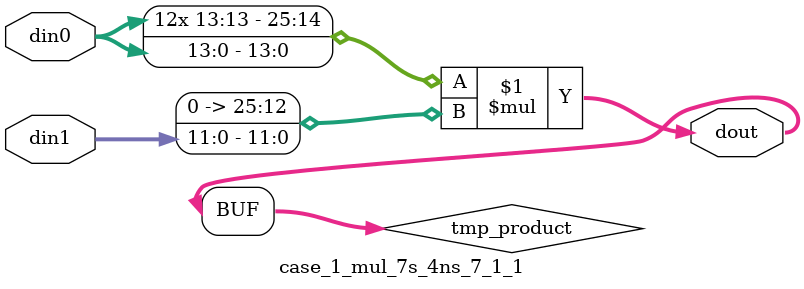
<source format=v>

`timescale 1 ns / 1 ps

 (* use_dsp = "no" *)  module case_1_mul_7s_4ns_7_1_1(din0, din1, dout);
parameter ID = 1;
parameter NUM_STAGE = 0;
parameter din0_WIDTH = 14;
parameter din1_WIDTH = 12;
parameter dout_WIDTH = 26;

input [din0_WIDTH - 1 : 0] din0; 
input [din1_WIDTH - 1 : 0] din1; 
output [dout_WIDTH - 1 : 0] dout;

wire signed [dout_WIDTH - 1 : 0] tmp_product;


























assign tmp_product = $signed(din0) * $signed({1'b0, din1});









assign dout = tmp_product;





















endmodule

</source>
